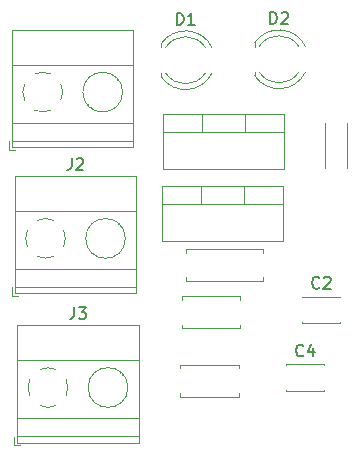
<source format=gbr>
%TF.GenerationSoftware,KiCad,Pcbnew,7.0.7*%
%TF.CreationDate,2023-12-05T02:09:59+05:30*%
%TF.ProjectId,VR 5v and 9v,56522035-7620-4616-9e64-2039762e6b69,rev?*%
%TF.SameCoordinates,Original*%
%TF.FileFunction,Legend,Top*%
%TF.FilePolarity,Positive*%
%FSLAX46Y46*%
G04 Gerber Fmt 4.6, Leading zero omitted, Abs format (unit mm)*
G04 Created by KiCad (PCBNEW 7.0.7) date 2023-12-05 02:09:59*
%MOMM*%
%LPD*%
G01*
G04 APERTURE LIST*
%ADD10C,0.150000*%
%ADD11C,0.120000*%
G04 APERTURE END LIST*
D10*
X150843333Y-98809580D02*
X150795714Y-98857200D01*
X150795714Y-98857200D02*
X150652857Y-98904819D01*
X150652857Y-98904819D02*
X150557619Y-98904819D01*
X150557619Y-98904819D02*
X150414762Y-98857200D01*
X150414762Y-98857200D02*
X150319524Y-98761961D01*
X150319524Y-98761961D02*
X150271905Y-98666723D01*
X150271905Y-98666723D02*
X150224286Y-98476247D01*
X150224286Y-98476247D02*
X150224286Y-98333390D01*
X150224286Y-98333390D02*
X150271905Y-98142914D01*
X150271905Y-98142914D02*
X150319524Y-98047676D01*
X150319524Y-98047676D02*
X150414762Y-97952438D01*
X150414762Y-97952438D02*
X150557619Y-97904819D01*
X150557619Y-97904819D02*
X150652857Y-97904819D01*
X150652857Y-97904819D02*
X150795714Y-97952438D01*
X150795714Y-97952438D02*
X150843333Y-98000057D01*
X151224286Y-98000057D02*
X151271905Y-97952438D01*
X151271905Y-97952438D02*
X151367143Y-97904819D01*
X151367143Y-97904819D02*
X151605238Y-97904819D01*
X151605238Y-97904819D02*
X151700476Y-97952438D01*
X151700476Y-97952438D02*
X151748095Y-98000057D01*
X151748095Y-98000057D02*
X151795714Y-98095295D01*
X151795714Y-98095295D02*
X151795714Y-98190533D01*
X151795714Y-98190533D02*
X151748095Y-98333390D01*
X151748095Y-98333390D02*
X151176667Y-98904819D01*
X151176667Y-98904819D02*
X151795714Y-98904819D01*
X130081666Y-100479819D02*
X130081666Y-101194104D01*
X130081666Y-101194104D02*
X130034047Y-101336961D01*
X130034047Y-101336961D02*
X129938809Y-101432200D01*
X129938809Y-101432200D02*
X129795952Y-101479819D01*
X129795952Y-101479819D02*
X129700714Y-101479819D01*
X130462619Y-100479819D02*
X131081666Y-100479819D01*
X131081666Y-100479819D02*
X130748333Y-100860771D01*
X130748333Y-100860771D02*
X130891190Y-100860771D01*
X130891190Y-100860771D02*
X130986428Y-100908390D01*
X130986428Y-100908390D02*
X131034047Y-100956009D01*
X131034047Y-100956009D02*
X131081666Y-101051247D01*
X131081666Y-101051247D02*
X131081666Y-101289342D01*
X131081666Y-101289342D02*
X131034047Y-101384580D01*
X131034047Y-101384580D02*
X130986428Y-101432200D01*
X130986428Y-101432200D02*
X130891190Y-101479819D01*
X130891190Y-101479819D02*
X130605476Y-101479819D01*
X130605476Y-101479819D02*
X130510238Y-101432200D01*
X130510238Y-101432200D02*
X130462619Y-101384580D01*
X149493333Y-104549580D02*
X149445714Y-104597200D01*
X149445714Y-104597200D02*
X149302857Y-104644819D01*
X149302857Y-104644819D02*
X149207619Y-104644819D01*
X149207619Y-104644819D02*
X149064762Y-104597200D01*
X149064762Y-104597200D02*
X148969524Y-104501961D01*
X148969524Y-104501961D02*
X148921905Y-104406723D01*
X148921905Y-104406723D02*
X148874286Y-104216247D01*
X148874286Y-104216247D02*
X148874286Y-104073390D01*
X148874286Y-104073390D02*
X148921905Y-103882914D01*
X148921905Y-103882914D02*
X148969524Y-103787676D01*
X148969524Y-103787676D02*
X149064762Y-103692438D01*
X149064762Y-103692438D02*
X149207619Y-103644819D01*
X149207619Y-103644819D02*
X149302857Y-103644819D01*
X149302857Y-103644819D02*
X149445714Y-103692438D01*
X149445714Y-103692438D02*
X149493333Y-103740057D01*
X150350476Y-103978152D02*
X150350476Y-104644819D01*
X150112381Y-103597200D02*
X149874286Y-104311485D01*
X149874286Y-104311485D02*
X150493333Y-104311485D01*
X146693905Y-76486819D02*
X146693905Y-75486819D01*
X146693905Y-75486819D02*
X146932000Y-75486819D01*
X146932000Y-75486819D02*
X147074857Y-75534438D01*
X147074857Y-75534438D02*
X147170095Y-75629676D01*
X147170095Y-75629676D02*
X147217714Y-75724914D01*
X147217714Y-75724914D02*
X147265333Y-75915390D01*
X147265333Y-75915390D02*
X147265333Y-76058247D01*
X147265333Y-76058247D02*
X147217714Y-76248723D01*
X147217714Y-76248723D02*
X147170095Y-76343961D01*
X147170095Y-76343961D02*
X147074857Y-76439200D01*
X147074857Y-76439200D02*
X146932000Y-76486819D01*
X146932000Y-76486819D02*
X146693905Y-76486819D01*
X147646286Y-75582057D02*
X147693905Y-75534438D01*
X147693905Y-75534438D02*
X147789143Y-75486819D01*
X147789143Y-75486819D02*
X148027238Y-75486819D01*
X148027238Y-75486819D02*
X148122476Y-75534438D01*
X148122476Y-75534438D02*
X148170095Y-75582057D01*
X148170095Y-75582057D02*
X148217714Y-75677295D01*
X148217714Y-75677295D02*
X148217714Y-75772533D01*
X148217714Y-75772533D02*
X148170095Y-75915390D01*
X148170095Y-75915390D02*
X147598667Y-76486819D01*
X147598667Y-76486819D02*
X148217714Y-76486819D01*
X129871666Y-87849819D02*
X129871666Y-88564104D01*
X129871666Y-88564104D02*
X129824047Y-88706961D01*
X129824047Y-88706961D02*
X129728809Y-88802200D01*
X129728809Y-88802200D02*
X129585952Y-88849819D01*
X129585952Y-88849819D02*
X129490714Y-88849819D01*
X130300238Y-87945057D02*
X130347857Y-87897438D01*
X130347857Y-87897438D02*
X130443095Y-87849819D01*
X130443095Y-87849819D02*
X130681190Y-87849819D01*
X130681190Y-87849819D02*
X130776428Y-87897438D01*
X130776428Y-87897438D02*
X130824047Y-87945057D01*
X130824047Y-87945057D02*
X130871666Y-88040295D01*
X130871666Y-88040295D02*
X130871666Y-88135533D01*
X130871666Y-88135533D02*
X130824047Y-88278390D01*
X130824047Y-88278390D02*
X130252619Y-88849819D01*
X130252619Y-88849819D02*
X130871666Y-88849819D01*
X138781905Y-76564819D02*
X138781905Y-75564819D01*
X138781905Y-75564819D02*
X139020000Y-75564819D01*
X139020000Y-75564819D02*
X139162857Y-75612438D01*
X139162857Y-75612438D02*
X139258095Y-75707676D01*
X139258095Y-75707676D02*
X139305714Y-75802914D01*
X139305714Y-75802914D02*
X139353333Y-75993390D01*
X139353333Y-75993390D02*
X139353333Y-76136247D01*
X139353333Y-76136247D02*
X139305714Y-76326723D01*
X139305714Y-76326723D02*
X139258095Y-76421961D01*
X139258095Y-76421961D02*
X139162857Y-76517200D01*
X139162857Y-76517200D02*
X139020000Y-76564819D01*
X139020000Y-76564819D02*
X138781905Y-76564819D01*
X140305714Y-76564819D02*
X139734286Y-76564819D01*
X140020000Y-76564819D02*
X140020000Y-75564819D01*
X140020000Y-75564819D02*
X139924762Y-75707676D01*
X139924762Y-75707676D02*
X139829524Y-75802914D01*
X139829524Y-75802914D02*
X139734286Y-75850533D01*
D11*
%TO.C,*%
X139090000Y-105340000D02*
X139090000Y-105655000D01*
X139090000Y-105340000D02*
X144030000Y-105340000D01*
X139090000Y-107765000D02*
X139090000Y-108080000D01*
X139090000Y-108080000D02*
X144030000Y-108080000D01*
X144030000Y-105340000D02*
X144030000Y-105655000D01*
X144030000Y-107765000D02*
X144030000Y-108080000D01*
%TO.C,C2*%
X149390000Y-99580000D02*
X149390000Y-99645000D01*
X149390000Y-99580000D02*
X152630000Y-99580000D01*
X149390000Y-101755000D02*
X149390000Y-101820000D01*
X149390000Y-101820000D02*
X152630000Y-101820000D01*
X152630000Y-99580000D02*
X152630000Y-99645000D01*
X152630000Y-101755000D02*
X152630000Y-101820000D01*
%TO.C,*%
X137610000Y-84130000D02*
X137610000Y-88771000D01*
X137610000Y-84130000D02*
X147850000Y-84130000D01*
X137610000Y-85640000D02*
X147850000Y-85640000D01*
X137610000Y-88771000D02*
X147850000Y-88771000D01*
X140880000Y-84130000D02*
X140880000Y-85640000D01*
X144581000Y-84130000D02*
X144581000Y-85640000D01*
X147850000Y-84130000D02*
X147850000Y-88771000D01*
%TO.C,J3*%
X125035000Y-111445000D02*
X125035000Y-112185000D01*
X125035000Y-112185000D02*
X125535000Y-112185000D01*
X125275000Y-102024000D02*
X125275000Y-111945000D01*
X125275000Y-102024000D02*
X135555000Y-102024000D01*
X125275000Y-104984000D02*
X135555000Y-104984000D01*
X125275000Y-109885000D02*
X135555000Y-109885000D01*
X125275000Y-111385000D02*
X135555000Y-111385000D01*
X125275000Y-111945000D02*
X135555000Y-111945000D01*
X131728000Y-108308000D02*
X131681000Y-108354000D01*
X131921000Y-108524000D02*
X131886000Y-108559000D01*
X134025000Y-106010000D02*
X133990000Y-106046000D01*
X134230000Y-106216000D02*
X134183000Y-106262000D01*
X135555000Y-102024000D02*
X135555000Y-111945000D01*
X126340001Y-106601001D02*
G75*
G03*
X126339574Y-107968042I1534992J-684000D01*
G01*
X128558999Y-105750001D02*
G75*
G03*
X127191958Y-105749574I-684000J-1534992D01*
G01*
X127191000Y-108819999D02*
G75*
G03*
X127903805Y-108965252I683999J1535000D01*
G01*
X127875000Y-108964999D02*
G75*
G03*
X128558318Y-108819755I0J1679999D01*
G01*
X129410000Y-107969000D02*
G75*
G03*
X129410426Y-106601958I-1535000J684000D01*
G01*
X134635000Y-107285000D02*
G75*
G03*
X134635000Y-107285000I-1680000J0D01*
G01*
%TO.C,*%
X153150000Y-84880000D02*
X153150000Y-88720000D01*
X151310000Y-84880000D02*
X151310000Y-88720000D01*
%TO.C,C4*%
X148040000Y-105320000D02*
X148040000Y-105385000D01*
X148040000Y-105320000D02*
X151280000Y-105320000D01*
X148040000Y-107495000D02*
X148040000Y-107560000D01*
X148040000Y-107560000D02*
X151280000Y-107560000D01*
X151280000Y-105320000D02*
X151280000Y-105385000D01*
X151280000Y-107495000D02*
X151280000Y-107560000D01*
%TO.C,*%
X137520000Y-90205000D02*
X137520000Y-94846000D01*
X137520000Y-90205000D02*
X147760000Y-90205000D01*
X137520000Y-91715000D02*
X147760000Y-91715000D01*
X137520000Y-94846000D02*
X147760000Y-94846000D01*
X140790000Y-90205000D02*
X140790000Y-91715000D01*
X144491000Y-90205000D02*
X144491000Y-91715000D01*
X147760000Y-90205000D02*
X147760000Y-94846000D01*
%TO.C,R1*%
X139570000Y-95550000D02*
X146110000Y-95550000D01*
X139570000Y-95880000D02*
X139570000Y-95550000D01*
X139570000Y-97960000D02*
X139570000Y-98290000D01*
X139570000Y-98290000D02*
X146110000Y-98290000D01*
X146110000Y-95550000D02*
X146110000Y-95880000D01*
X146110000Y-98290000D02*
X146110000Y-97960000D01*
%TO.C,*%
X139220000Y-99530000D02*
X139220000Y-99845000D01*
X139220000Y-99530000D02*
X144160000Y-99530000D01*
X139220000Y-101955000D02*
X139220000Y-102270000D01*
X139220000Y-102270000D02*
X144160000Y-102270000D01*
X144160000Y-99530000D02*
X144160000Y-99845000D01*
X144160000Y-101955000D02*
X144160000Y-102270000D01*
X124590000Y-86430000D02*
X124590000Y-87170000D01*
X124590000Y-87170000D02*
X125090000Y-87170000D01*
X124830000Y-77009000D02*
X124830000Y-86930000D01*
X124830000Y-77009000D02*
X135110000Y-77009000D01*
X124830000Y-79969000D02*
X135110000Y-79969000D01*
X124830000Y-84870000D02*
X135110000Y-84870000D01*
X124830000Y-86370000D02*
X135110000Y-86370000D01*
X124830000Y-86930000D02*
X135110000Y-86930000D01*
X131283000Y-83293000D02*
X131236000Y-83339000D01*
X131476000Y-83509000D02*
X131441000Y-83544000D01*
X133580000Y-80995000D02*
X133545000Y-81031000D01*
X133785000Y-81201000D02*
X133738000Y-81247000D01*
X135110000Y-77009000D02*
X135110000Y-86930000D01*
X125895001Y-81586001D02*
G75*
G03*
X125894574Y-82953042I1534992J-684000D01*
G01*
X128113999Y-80735001D02*
G75*
G03*
X126746958Y-80734574I-684000J-1534992D01*
G01*
X126746000Y-83804999D02*
G75*
G03*
X127458805Y-83950252I683999J1535000D01*
G01*
X127430000Y-83949999D02*
G75*
G03*
X128113318Y-83804755I0J1679999D01*
G01*
X128965000Y-82954000D02*
G75*
G03*
X128965426Y-81586958I-1535000J684000D01*
G01*
X134190000Y-82270000D02*
G75*
G03*
X134190000Y-82270000I-1680000J0D01*
G01*
%TO.C,D2*%
X145372000Y-78093000D02*
X145372000Y-78412000D01*
X145372000Y-80572000D02*
X145372000Y-80891000D01*
X149675241Y-78411276D02*
G75*
G03*
X145372001Y-78093251I-2243241J-1080724D01*
G01*
X149114712Y-78411040D02*
G75*
G03*
X145748671Y-78412001I-1682712J-1080960D01*
G01*
X145748671Y-80571999D02*
G75*
G03*
X149114712Y-80572960I1683329J1079999D01*
G01*
X145372001Y-80890749D02*
G75*
G03*
X149675241Y-80572724I2059999J1398749D01*
G01*
%TO.C,J2*%
X124825000Y-98815000D02*
X124825000Y-99555000D01*
X124825000Y-99555000D02*
X125325000Y-99555000D01*
X125065000Y-89394000D02*
X125065000Y-99315000D01*
X125065000Y-89394000D02*
X135345000Y-89394000D01*
X125065000Y-92354000D02*
X135345000Y-92354000D01*
X125065000Y-97255000D02*
X135345000Y-97255000D01*
X125065000Y-98755000D02*
X135345000Y-98755000D01*
X125065000Y-99315000D02*
X135345000Y-99315000D01*
X131518000Y-95678000D02*
X131471000Y-95724000D01*
X131711000Y-95894000D02*
X131676000Y-95929000D01*
X133815000Y-93380000D02*
X133780000Y-93416000D01*
X134020000Y-93586000D02*
X133973000Y-93632000D01*
X135345000Y-89394000D02*
X135345000Y-99315000D01*
X126130001Y-93971001D02*
G75*
G03*
X126129574Y-95338042I1534992J-684000D01*
G01*
X128348999Y-93120001D02*
G75*
G03*
X126981958Y-93119574I-684000J-1534992D01*
G01*
X126981000Y-96189999D02*
G75*
G03*
X127693805Y-96335252I683999J1535000D01*
G01*
X127665000Y-96334999D02*
G75*
G03*
X128348318Y-96189755I0J1679999D01*
G01*
X129200000Y-95339000D02*
G75*
G03*
X129200426Y-93971958I-1535000J684000D01*
G01*
X134425000Y-94655000D02*
G75*
G03*
X134425000Y-94655000I-1680000J0D01*
G01*
%TO.C,D1*%
X137460000Y-78171000D02*
X137460000Y-78490000D01*
X137460000Y-80650000D02*
X137460000Y-80969000D01*
X141763241Y-78489276D02*
G75*
G03*
X137460001Y-78171251I-2243241J-1080724D01*
G01*
X141202712Y-78489040D02*
G75*
G03*
X137836671Y-78490001I-1682712J-1080960D01*
G01*
X137836671Y-80649999D02*
G75*
G03*
X141202712Y-80650960I1683329J1079999D01*
G01*
X137460001Y-80968749D02*
G75*
G03*
X141763241Y-80650724I2059999J1398749D01*
G01*
%TD*%
M02*

</source>
